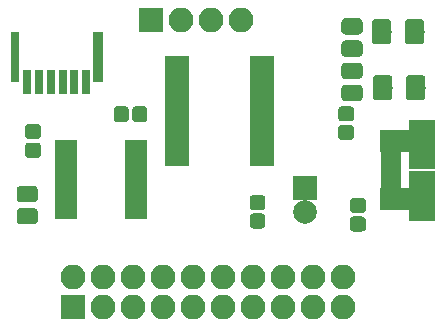
<source format=gts>
G04 #@! TF.GenerationSoftware,KiCad,Pcbnew,(5.0.0)*
G04 #@! TF.CreationDate,2019-01-18T23:40:16+01:00*
G04 #@! TF.ProjectId,converterboard,636F6E766572746572626F6172642E6B,rev?*
G04 #@! TF.SameCoordinates,Original*
G04 #@! TF.FileFunction,Soldermask,Top*
G04 #@! TF.FilePolarity,Negative*
%FSLAX46Y46*%
G04 Gerber Fmt 4.6, Leading zero omitted, Abs format (unit mm)*
G04 Created by KiCad (PCBNEW (5.0.0)) date 01/18/19 23:40:16*
%MOMM*%
%LPD*%
G01*
G04 APERTURE LIST*
%ADD10R,2.100000X2.100000*%
%ADD11O,2.100000X2.100000*%
%ADD12R,1.850000X0.850000*%
%ADD13C,0.100000*%
%ADD14C,1.275000*%
%ADD15R,2.000000X2.000000*%
%ADD16C,2.000000*%
%ADD17R,1.780000X0.850000*%
%ADD18R,2.500000X1.875000*%
%ADD19R,2.300000X2.775000*%
%ADD20R,2.300000X1.575000*%
%ADD21C,1.650000*%
%ADD22R,0.800000X4.300000*%
%ADD23R,0.720000X2.120000*%
%ADD24R,0.820000X4.320000*%
%ADD25R,2.150000X0.850000*%
%ADD26C,1.375000*%
G04 APERTURE END LIST*
D10*
G04 #@! TO.C,J3*
X168750000Y-100750000D03*
D11*
X171290000Y-100750000D03*
X173830000Y-100750000D03*
X176370000Y-100750000D03*
G04 #@! TD*
D12*
G04 #@! TO.C,U2*
X161550000Y-111325000D03*
X161550000Y-111975000D03*
X161550000Y-112625000D03*
X161550000Y-113275000D03*
X161550000Y-113925000D03*
X161550000Y-114575000D03*
X161550000Y-115225000D03*
X161550000Y-115875000D03*
X161550000Y-116525000D03*
X161550000Y-117175000D03*
X167450000Y-117175000D03*
X167450000Y-116525000D03*
X167450000Y-115875000D03*
X167450000Y-115225000D03*
X167450000Y-114575000D03*
X167450000Y-113925000D03*
X167450000Y-113275000D03*
X167450000Y-112625000D03*
X167450000Y-111975000D03*
X167450000Y-111325000D03*
G04 #@! TD*
D11*
G04 #@! TO.C,J2*
X184960000Y-122510000D03*
X184960000Y-125050000D03*
X182420000Y-122510000D03*
X182420000Y-125050000D03*
X179880000Y-122510000D03*
X179880000Y-125050000D03*
X177340000Y-122510000D03*
X177340000Y-125050000D03*
X174800000Y-122510000D03*
X174800000Y-125050000D03*
X172260000Y-122510000D03*
X172260000Y-125050000D03*
X169720000Y-122510000D03*
X169720000Y-125050000D03*
X167180000Y-122510000D03*
X167180000Y-125050000D03*
X164640000Y-122510000D03*
X164640000Y-125050000D03*
X162100000Y-122510000D03*
D10*
X162100000Y-125050000D03*
G04 #@! TD*
D13*
G04 #@! TO.C,C5*
G36*
X168137493Y-108076535D02*
X168168435Y-108081125D01*
X168198778Y-108088725D01*
X168228230Y-108099263D01*
X168256508Y-108112638D01*
X168283338Y-108128719D01*
X168308463Y-108147353D01*
X168331640Y-108168360D01*
X168352647Y-108191537D01*
X168371281Y-108216662D01*
X168387362Y-108243492D01*
X168400737Y-108271770D01*
X168411275Y-108301222D01*
X168418875Y-108331565D01*
X168423465Y-108362507D01*
X168425000Y-108393750D01*
X168425000Y-109106250D01*
X168423465Y-109137493D01*
X168418875Y-109168435D01*
X168411275Y-109198778D01*
X168400737Y-109228230D01*
X168387362Y-109256508D01*
X168371281Y-109283338D01*
X168352647Y-109308463D01*
X168331640Y-109331640D01*
X168308463Y-109352647D01*
X168283338Y-109371281D01*
X168256508Y-109387362D01*
X168228230Y-109400737D01*
X168198778Y-109411275D01*
X168168435Y-109418875D01*
X168137493Y-109423465D01*
X168106250Y-109425000D01*
X167468750Y-109425000D01*
X167437507Y-109423465D01*
X167406565Y-109418875D01*
X167376222Y-109411275D01*
X167346770Y-109400737D01*
X167318492Y-109387362D01*
X167291662Y-109371281D01*
X167266537Y-109352647D01*
X167243360Y-109331640D01*
X167222353Y-109308463D01*
X167203719Y-109283338D01*
X167187638Y-109256508D01*
X167174263Y-109228230D01*
X167163725Y-109198778D01*
X167156125Y-109168435D01*
X167151535Y-109137493D01*
X167150000Y-109106250D01*
X167150000Y-108393750D01*
X167151535Y-108362507D01*
X167156125Y-108331565D01*
X167163725Y-108301222D01*
X167174263Y-108271770D01*
X167187638Y-108243492D01*
X167203719Y-108216662D01*
X167222353Y-108191537D01*
X167243360Y-108168360D01*
X167266537Y-108147353D01*
X167291662Y-108128719D01*
X167318492Y-108112638D01*
X167346770Y-108099263D01*
X167376222Y-108088725D01*
X167406565Y-108081125D01*
X167437507Y-108076535D01*
X167468750Y-108075000D01*
X168106250Y-108075000D01*
X168137493Y-108076535D01*
X168137493Y-108076535D01*
G37*
D14*
X167787500Y-108750000D03*
D13*
G36*
X166562493Y-108076535D02*
X166593435Y-108081125D01*
X166623778Y-108088725D01*
X166653230Y-108099263D01*
X166681508Y-108112638D01*
X166708338Y-108128719D01*
X166733463Y-108147353D01*
X166756640Y-108168360D01*
X166777647Y-108191537D01*
X166796281Y-108216662D01*
X166812362Y-108243492D01*
X166825737Y-108271770D01*
X166836275Y-108301222D01*
X166843875Y-108331565D01*
X166848465Y-108362507D01*
X166850000Y-108393750D01*
X166850000Y-109106250D01*
X166848465Y-109137493D01*
X166843875Y-109168435D01*
X166836275Y-109198778D01*
X166825737Y-109228230D01*
X166812362Y-109256508D01*
X166796281Y-109283338D01*
X166777647Y-109308463D01*
X166756640Y-109331640D01*
X166733463Y-109352647D01*
X166708338Y-109371281D01*
X166681508Y-109387362D01*
X166653230Y-109400737D01*
X166623778Y-109411275D01*
X166593435Y-109418875D01*
X166562493Y-109423465D01*
X166531250Y-109425000D01*
X165893750Y-109425000D01*
X165862507Y-109423465D01*
X165831565Y-109418875D01*
X165801222Y-109411275D01*
X165771770Y-109400737D01*
X165743492Y-109387362D01*
X165716662Y-109371281D01*
X165691537Y-109352647D01*
X165668360Y-109331640D01*
X165647353Y-109308463D01*
X165628719Y-109283338D01*
X165612638Y-109256508D01*
X165599263Y-109228230D01*
X165588725Y-109198778D01*
X165581125Y-109168435D01*
X165576535Y-109137493D01*
X165575000Y-109106250D01*
X165575000Y-108393750D01*
X165576535Y-108362507D01*
X165581125Y-108331565D01*
X165588725Y-108301222D01*
X165599263Y-108271770D01*
X165612638Y-108243492D01*
X165628719Y-108216662D01*
X165647353Y-108191537D01*
X165668360Y-108168360D01*
X165691537Y-108147353D01*
X165716662Y-108128719D01*
X165743492Y-108112638D01*
X165771770Y-108099263D01*
X165801222Y-108088725D01*
X165831565Y-108081125D01*
X165862507Y-108076535D01*
X165893750Y-108075000D01*
X166531250Y-108075000D01*
X166562493Y-108076535D01*
X166562493Y-108076535D01*
G37*
D14*
X166212500Y-108750000D03*
G04 #@! TD*
D13*
G04 #@! TO.C,C4*
G36*
X159137493Y-109576535D02*
X159168435Y-109581125D01*
X159198778Y-109588725D01*
X159228230Y-109599263D01*
X159256508Y-109612638D01*
X159283338Y-109628719D01*
X159308463Y-109647353D01*
X159331640Y-109668360D01*
X159352647Y-109691537D01*
X159371281Y-109716662D01*
X159387362Y-109743492D01*
X159400737Y-109771770D01*
X159411275Y-109801222D01*
X159418875Y-109831565D01*
X159423465Y-109862507D01*
X159425000Y-109893750D01*
X159425000Y-110531250D01*
X159423465Y-110562493D01*
X159418875Y-110593435D01*
X159411275Y-110623778D01*
X159400737Y-110653230D01*
X159387362Y-110681508D01*
X159371281Y-110708338D01*
X159352647Y-110733463D01*
X159331640Y-110756640D01*
X159308463Y-110777647D01*
X159283338Y-110796281D01*
X159256508Y-110812362D01*
X159228230Y-110825737D01*
X159198778Y-110836275D01*
X159168435Y-110843875D01*
X159137493Y-110848465D01*
X159106250Y-110850000D01*
X158393750Y-110850000D01*
X158362507Y-110848465D01*
X158331565Y-110843875D01*
X158301222Y-110836275D01*
X158271770Y-110825737D01*
X158243492Y-110812362D01*
X158216662Y-110796281D01*
X158191537Y-110777647D01*
X158168360Y-110756640D01*
X158147353Y-110733463D01*
X158128719Y-110708338D01*
X158112638Y-110681508D01*
X158099263Y-110653230D01*
X158088725Y-110623778D01*
X158081125Y-110593435D01*
X158076535Y-110562493D01*
X158075000Y-110531250D01*
X158075000Y-109893750D01*
X158076535Y-109862507D01*
X158081125Y-109831565D01*
X158088725Y-109801222D01*
X158099263Y-109771770D01*
X158112638Y-109743492D01*
X158128719Y-109716662D01*
X158147353Y-109691537D01*
X158168360Y-109668360D01*
X158191537Y-109647353D01*
X158216662Y-109628719D01*
X158243492Y-109612638D01*
X158271770Y-109599263D01*
X158301222Y-109588725D01*
X158331565Y-109581125D01*
X158362507Y-109576535D01*
X158393750Y-109575000D01*
X159106250Y-109575000D01*
X159137493Y-109576535D01*
X159137493Y-109576535D01*
G37*
D14*
X158750000Y-110212500D03*
D13*
G36*
X159137493Y-111151535D02*
X159168435Y-111156125D01*
X159198778Y-111163725D01*
X159228230Y-111174263D01*
X159256508Y-111187638D01*
X159283338Y-111203719D01*
X159308463Y-111222353D01*
X159331640Y-111243360D01*
X159352647Y-111266537D01*
X159371281Y-111291662D01*
X159387362Y-111318492D01*
X159400737Y-111346770D01*
X159411275Y-111376222D01*
X159418875Y-111406565D01*
X159423465Y-111437507D01*
X159425000Y-111468750D01*
X159425000Y-112106250D01*
X159423465Y-112137493D01*
X159418875Y-112168435D01*
X159411275Y-112198778D01*
X159400737Y-112228230D01*
X159387362Y-112256508D01*
X159371281Y-112283338D01*
X159352647Y-112308463D01*
X159331640Y-112331640D01*
X159308463Y-112352647D01*
X159283338Y-112371281D01*
X159256508Y-112387362D01*
X159228230Y-112400737D01*
X159198778Y-112411275D01*
X159168435Y-112418875D01*
X159137493Y-112423465D01*
X159106250Y-112425000D01*
X158393750Y-112425000D01*
X158362507Y-112423465D01*
X158331565Y-112418875D01*
X158301222Y-112411275D01*
X158271770Y-112400737D01*
X158243492Y-112387362D01*
X158216662Y-112371281D01*
X158191537Y-112352647D01*
X158168360Y-112331640D01*
X158147353Y-112308463D01*
X158128719Y-112283338D01*
X158112638Y-112256508D01*
X158099263Y-112228230D01*
X158088725Y-112198778D01*
X158081125Y-112168435D01*
X158076535Y-112137493D01*
X158075000Y-112106250D01*
X158075000Y-111468750D01*
X158076535Y-111437507D01*
X158081125Y-111406565D01*
X158088725Y-111376222D01*
X158099263Y-111346770D01*
X158112638Y-111318492D01*
X158128719Y-111291662D01*
X158147353Y-111266537D01*
X158168360Y-111243360D01*
X158191537Y-111222353D01*
X158216662Y-111203719D01*
X158243492Y-111187638D01*
X158271770Y-111174263D01*
X158301222Y-111163725D01*
X158331565Y-111156125D01*
X158362507Y-111151535D01*
X158393750Y-111150000D01*
X159106250Y-111150000D01*
X159137493Y-111151535D01*
X159137493Y-111151535D01*
G37*
D14*
X158750000Y-111787500D03*
G04 #@! TD*
D13*
G04 #@! TO.C,C3*
G36*
X178137493Y-117151535D02*
X178168435Y-117156125D01*
X178198778Y-117163725D01*
X178228230Y-117174263D01*
X178256508Y-117187638D01*
X178283338Y-117203719D01*
X178308463Y-117222353D01*
X178331640Y-117243360D01*
X178352647Y-117266537D01*
X178371281Y-117291662D01*
X178387362Y-117318492D01*
X178400737Y-117346770D01*
X178411275Y-117376222D01*
X178418875Y-117406565D01*
X178423465Y-117437507D01*
X178425000Y-117468750D01*
X178425000Y-118106250D01*
X178423465Y-118137493D01*
X178418875Y-118168435D01*
X178411275Y-118198778D01*
X178400737Y-118228230D01*
X178387362Y-118256508D01*
X178371281Y-118283338D01*
X178352647Y-118308463D01*
X178331640Y-118331640D01*
X178308463Y-118352647D01*
X178283338Y-118371281D01*
X178256508Y-118387362D01*
X178228230Y-118400737D01*
X178198778Y-118411275D01*
X178168435Y-118418875D01*
X178137493Y-118423465D01*
X178106250Y-118425000D01*
X177393750Y-118425000D01*
X177362507Y-118423465D01*
X177331565Y-118418875D01*
X177301222Y-118411275D01*
X177271770Y-118400737D01*
X177243492Y-118387362D01*
X177216662Y-118371281D01*
X177191537Y-118352647D01*
X177168360Y-118331640D01*
X177147353Y-118308463D01*
X177128719Y-118283338D01*
X177112638Y-118256508D01*
X177099263Y-118228230D01*
X177088725Y-118198778D01*
X177081125Y-118168435D01*
X177076535Y-118137493D01*
X177075000Y-118106250D01*
X177075000Y-117468750D01*
X177076535Y-117437507D01*
X177081125Y-117406565D01*
X177088725Y-117376222D01*
X177099263Y-117346770D01*
X177112638Y-117318492D01*
X177128719Y-117291662D01*
X177147353Y-117266537D01*
X177168360Y-117243360D01*
X177191537Y-117222353D01*
X177216662Y-117203719D01*
X177243492Y-117187638D01*
X177271770Y-117174263D01*
X177301222Y-117163725D01*
X177331565Y-117156125D01*
X177362507Y-117151535D01*
X177393750Y-117150000D01*
X178106250Y-117150000D01*
X178137493Y-117151535D01*
X178137493Y-117151535D01*
G37*
D14*
X177750000Y-117787500D03*
D13*
G36*
X178137493Y-115576535D02*
X178168435Y-115581125D01*
X178198778Y-115588725D01*
X178228230Y-115599263D01*
X178256508Y-115612638D01*
X178283338Y-115628719D01*
X178308463Y-115647353D01*
X178331640Y-115668360D01*
X178352647Y-115691537D01*
X178371281Y-115716662D01*
X178387362Y-115743492D01*
X178400737Y-115771770D01*
X178411275Y-115801222D01*
X178418875Y-115831565D01*
X178423465Y-115862507D01*
X178425000Y-115893750D01*
X178425000Y-116531250D01*
X178423465Y-116562493D01*
X178418875Y-116593435D01*
X178411275Y-116623778D01*
X178400737Y-116653230D01*
X178387362Y-116681508D01*
X178371281Y-116708338D01*
X178352647Y-116733463D01*
X178331640Y-116756640D01*
X178308463Y-116777647D01*
X178283338Y-116796281D01*
X178256508Y-116812362D01*
X178228230Y-116825737D01*
X178198778Y-116836275D01*
X178168435Y-116843875D01*
X178137493Y-116848465D01*
X178106250Y-116850000D01*
X177393750Y-116850000D01*
X177362507Y-116848465D01*
X177331565Y-116843875D01*
X177301222Y-116836275D01*
X177271770Y-116825737D01*
X177243492Y-116812362D01*
X177216662Y-116796281D01*
X177191537Y-116777647D01*
X177168360Y-116756640D01*
X177147353Y-116733463D01*
X177128719Y-116708338D01*
X177112638Y-116681508D01*
X177099263Y-116653230D01*
X177088725Y-116623778D01*
X177081125Y-116593435D01*
X177076535Y-116562493D01*
X177075000Y-116531250D01*
X177075000Y-115893750D01*
X177076535Y-115862507D01*
X177081125Y-115831565D01*
X177088725Y-115801222D01*
X177099263Y-115771770D01*
X177112638Y-115743492D01*
X177128719Y-115716662D01*
X177147353Y-115691537D01*
X177168360Y-115668360D01*
X177191537Y-115647353D01*
X177216662Y-115628719D01*
X177243492Y-115612638D01*
X177271770Y-115599263D01*
X177301222Y-115588725D01*
X177331565Y-115581125D01*
X177362507Y-115576535D01*
X177393750Y-115575000D01*
X178106250Y-115575000D01*
X178137493Y-115576535D01*
X178137493Y-115576535D01*
G37*
D14*
X177750000Y-116212500D03*
G04 #@! TD*
D13*
G04 #@! TO.C,C1*
G36*
X186637493Y-115826535D02*
X186668435Y-115831125D01*
X186698778Y-115838725D01*
X186728230Y-115849263D01*
X186756508Y-115862638D01*
X186783338Y-115878719D01*
X186808463Y-115897353D01*
X186831640Y-115918360D01*
X186852647Y-115941537D01*
X186871281Y-115966662D01*
X186887362Y-115993492D01*
X186900737Y-116021770D01*
X186911275Y-116051222D01*
X186918875Y-116081565D01*
X186923465Y-116112507D01*
X186925000Y-116143750D01*
X186925000Y-116781250D01*
X186923465Y-116812493D01*
X186918875Y-116843435D01*
X186911275Y-116873778D01*
X186900737Y-116903230D01*
X186887362Y-116931508D01*
X186871281Y-116958338D01*
X186852647Y-116983463D01*
X186831640Y-117006640D01*
X186808463Y-117027647D01*
X186783338Y-117046281D01*
X186756508Y-117062362D01*
X186728230Y-117075737D01*
X186698778Y-117086275D01*
X186668435Y-117093875D01*
X186637493Y-117098465D01*
X186606250Y-117100000D01*
X185893750Y-117100000D01*
X185862507Y-117098465D01*
X185831565Y-117093875D01*
X185801222Y-117086275D01*
X185771770Y-117075737D01*
X185743492Y-117062362D01*
X185716662Y-117046281D01*
X185691537Y-117027647D01*
X185668360Y-117006640D01*
X185647353Y-116983463D01*
X185628719Y-116958338D01*
X185612638Y-116931508D01*
X185599263Y-116903230D01*
X185588725Y-116873778D01*
X185581125Y-116843435D01*
X185576535Y-116812493D01*
X185575000Y-116781250D01*
X185575000Y-116143750D01*
X185576535Y-116112507D01*
X185581125Y-116081565D01*
X185588725Y-116051222D01*
X185599263Y-116021770D01*
X185612638Y-115993492D01*
X185628719Y-115966662D01*
X185647353Y-115941537D01*
X185668360Y-115918360D01*
X185691537Y-115897353D01*
X185716662Y-115878719D01*
X185743492Y-115862638D01*
X185771770Y-115849263D01*
X185801222Y-115838725D01*
X185831565Y-115831125D01*
X185862507Y-115826535D01*
X185893750Y-115825000D01*
X186606250Y-115825000D01*
X186637493Y-115826535D01*
X186637493Y-115826535D01*
G37*
D14*
X186250000Y-116462500D03*
D13*
G36*
X186637493Y-117401535D02*
X186668435Y-117406125D01*
X186698778Y-117413725D01*
X186728230Y-117424263D01*
X186756508Y-117437638D01*
X186783338Y-117453719D01*
X186808463Y-117472353D01*
X186831640Y-117493360D01*
X186852647Y-117516537D01*
X186871281Y-117541662D01*
X186887362Y-117568492D01*
X186900737Y-117596770D01*
X186911275Y-117626222D01*
X186918875Y-117656565D01*
X186923465Y-117687507D01*
X186925000Y-117718750D01*
X186925000Y-118356250D01*
X186923465Y-118387493D01*
X186918875Y-118418435D01*
X186911275Y-118448778D01*
X186900737Y-118478230D01*
X186887362Y-118506508D01*
X186871281Y-118533338D01*
X186852647Y-118558463D01*
X186831640Y-118581640D01*
X186808463Y-118602647D01*
X186783338Y-118621281D01*
X186756508Y-118637362D01*
X186728230Y-118650737D01*
X186698778Y-118661275D01*
X186668435Y-118668875D01*
X186637493Y-118673465D01*
X186606250Y-118675000D01*
X185893750Y-118675000D01*
X185862507Y-118673465D01*
X185831565Y-118668875D01*
X185801222Y-118661275D01*
X185771770Y-118650737D01*
X185743492Y-118637362D01*
X185716662Y-118621281D01*
X185691537Y-118602647D01*
X185668360Y-118581640D01*
X185647353Y-118558463D01*
X185628719Y-118533338D01*
X185612638Y-118506508D01*
X185599263Y-118478230D01*
X185588725Y-118448778D01*
X185581125Y-118418435D01*
X185576535Y-118387493D01*
X185575000Y-118356250D01*
X185575000Y-117718750D01*
X185576535Y-117687507D01*
X185581125Y-117656565D01*
X185588725Y-117626222D01*
X185599263Y-117596770D01*
X185612638Y-117568492D01*
X185628719Y-117541662D01*
X185647353Y-117516537D01*
X185668360Y-117493360D01*
X185691537Y-117472353D01*
X185716662Y-117453719D01*
X185743492Y-117437638D01*
X185771770Y-117424263D01*
X185801222Y-117413725D01*
X185831565Y-117406125D01*
X185862507Y-117401535D01*
X185893750Y-117400000D01*
X186606250Y-117400000D01*
X186637493Y-117401535D01*
X186637493Y-117401535D01*
G37*
D14*
X186250000Y-118037500D03*
G04 #@! TD*
D15*
G04 #@! TO.C,C2*
X181750000Y-115000000D03*
D16*
X181750000Y-117000000D03*
G04 #@! TD*
D17*
G04 #@! TO.C,J1*
X189040000Y-114800000D03*
X189040000Y-114150000D03*
X189040000Y-113500000D03*
X189040000Y-112850000D03*
X189040000Y-112200000D03*
D18*
X189400000Y-115962500D03*
X189400000Y-111037500D03*
D19*
X191700000Y-116410000D03*
X191700000Y-110590000D03*
D20*
X191700000Y-114340000D03*
X191700000Y-112660000D03*
G04 #@! TD*
D13*
G04 #@! TO.C,D2*
G36*
X188877346Y-105426589D02*
X188909380Y-105431341D01*
X188940794Y-105439210D01*
X188971286Y-105450120D01*
X189000561Y-105463966D01*
X189028338Y-105480615D01*
X189054350Y-105499907D01*
X189078345Y-105521655D01*
X189100093Y-105545650D01*
X189119385Y-105571662D01*
X189136034Y-105599439D01*
X189149880Y-105628714D01*
X189160790Y-105659206D01*
X189168659Y-105690620D01*
X189173411Y-105722654D01*
X189175000Y-105755000D01*
X189175000Y-107245000D01*
X189173411Y-107277346D01*
X189168659Y-107309380D01*
X189160790Y-107340794D01*
X189149880Y-107371286D01*
X189136034Y-107400561D01*
X189119385Y-107428338D01*
X189100093Y-107454350D01*
X189078345Y-107478345D01*
X189054350Y-107500093D01*
X189028338Y-107519385D01*
X189000561Y-107536034D01*
X188971286Y-107549880D01*
X188940794Y-107560790D01*
X188909380Y-107568659D01*
X188877346Y-107573411D01*
X188845000Y-107575000D01*
X187855000Y-107575000D01*
X187822654Y-107573411D01*
X187790620Y-107568659D01*
X187759206Y-107560790D01*
X187728714Y-107549880D01*
X187699439Y-107536034D01*
X187671662Y-107519385D01*
X187645650Y-107500093D01*
X187621655Y-107478345D01*
X187599907Y-107454350D01*
X187580615Y-107428338D01*
X187563966Y-107400561D01*
X187550120Y-107371286D01*
X187539210Y-107340794D01*
X187531341Y-107309380D01*
X187526589Y-107277346D01*
X187525000Y-107245000D01*
X187525000Y-105755000D01*
X187526589Y-105722654D01*
X187531341Y-105690620D01*
X187539210Y-105659206D01*
X187550120Y-105628714D01*
X187563966Y-105599439D01*
X187580615Y-105571662D01*
X187599907Y-105545650D01*
X187621655Y-105521655D01*
X187645650Y-105499907D01*
X187671662Y-105480615D01*
X187699439Y-105463966D01*
X187728714Y-105450120D01*
X187759206Y-105439210D01*
X187790620Y-105431341D01*
X187822654Y-105426589D01*
X187855000Y-105425000D01*
X188845000Y-105425000D01*
X188877346Y-105426589D01*
X188877346Y-105426589D01*
G37*
D21*
X188350000Y-106500000D03*
D13*
G36*
X191677346Y-105426589D02*
X191709380Y-105431341D01*
X191740794Y-105439210D01*
X191771286Y-105450120D01*
X191800561Y-105463966D01*
X191828338Y-105480615D01*
X191854350Y-105499907D01*
X191878345Y-105521655D01*
X191900093Y-105545650D01*
X191919385Y-105571662D01*
X191936034Y-105599439D01*
X191949880Y-105628714D01*
X191960790Y-105659206D01*
X191968659Y-105690620D01*
X191973411Y-105722654D01*
X191975000Y-105755000D01*
X191975000Y-107245000D01*
X191973411Y-107277346D01*
X191968659Y-107309380D01*
X191960790Y-107340794D01*
X191949880Y-107371286D01*
X191936034Y-107400561D01*
X191919385Y-107428338D01*
X191900093Y-107454350D01*
X191878345Y-107478345D01*
X191854350Y-107500093D01*
X191828338Y-107519385D01*
X191800561Y-107536034D01*
X191771286Y-107549880D01*
X191740794Y-107560790D01*
X191709380Y-107568659D01*
X191677346Y-107573411D01*
X191645000Y-107575000D01*
X190655000Y-107575000D01*
X190622654Y-107573411D01*
X190590620Y-107568659D01*
X190559206Y-107560790D01*
X190528714Y-107549880D01*
X190499439Y-107536034D01*
X190471662Y-107519385D01*
X190445650Y-107500093D01*
X190421655Y-107478345D01*
X190399907Y-107454350D01*
X190380615Y-107428338D01*
X190363966Y-107400561D01*
X190350120Y-107371286D01*
X190339210Y-107340794D01*
X190331341Y-107309380D01*
X190326589Y-107277346D01*
X190325000Y-107245000D01*
X190325000Y-105755000D01*
X190326589Y-105722654D01*
X190331341Y-105690620D01*
X190339210Y-105659206D01*
X190350120Y-105628714D01*
X190363966Y-105599439D01*
X190380615Y-105571662D01*
X190399907Y-105545650D01*
X190421655Y-105521655D01*
X190445650Y-105499907D01*
X190471662Y-105480615D01*
X190499439Y-105463966D01*
X190528714Y-105450120D01*
X190559206Y-105439210D01*
X190590620Y-105431341D01*
X190622654Y-105426589D01*
X190655000Y-105425000D01*
X191645000Y-105425000D01*
X191677346Y-105426589D01*
X191677346Y-105426589D01*
G37*
D21*
X191150000Y-106500000D03*
G04 #@! TD*
D13*
G04 #@! TO.C,D1*
G36*
X191577346Y-100676589D02*
X191609380Y-100681341D01*
X191640794Y-100689210D01*
X191671286Y-100700120D01*
X191700561Y-100713966D01*
X191728338Y-100730615D01*
X191754350Y-100749907D01*
X191778345Y-100771655D01*
X191800093Y-100795650D01*
X191819385Y-100821662D01*
X191836034Y-100849439D01*
X191849880Y-100878714D01*
X191860790Y-100909206D01*
X191868659Y-100940620D01*
X191873411Y-100972654D01*
X191875000Y-101005000D01*
X191875000Y-102495000D01*
X191873411Y-102527346D01*
X191868659Y-102559380D01*
X191860790Y-102590794D01*
X191849880Y-102621286D01*
X191836034Y-102650561D01*
X191819385Y-102678338D01*
X191800093Y-102704350D01*
X191778345Y-102728345D01*
X191754350Y-102750093D01*
X191728338Y-102769385D01*
X191700561Y-102786034D01*
X191671286Y-102799880D01*
X191640794Y-102810790D01*
X191609380Y-102818659D01*
X191577346Y-102823411D01*
X191545000Y-102825000D01*
X190555000Y-102825000D01*
X190522654Y-102823411D01*
X190490620Y-102818659D01*
X190459206Y-102810790D01*
X190428714Y-102799880D01*
X190399439Y-102786034D01*
X190371662Y-102769385D01*
X190345650Y-102750093D01*
X190321655Y-102728345D01*
X190299907Y-102704350D01*
X190280615Y-102678338D01*
X190263966Y-102650561D01*
X190250120Y-102621286D01*
X190239210Y-102590794D01*
X190231341Y-102559380D01*
X190226589Y-102527346D01*
X190225000Y-102495000D01*
X190225000Y-101005000D01*
X190226589Y-100972654D01*
X190231341Y-100940620D01*
X190239210Y-100909206D01*
X190250120Y-100878714D01*
X190263966Y-100849439D01*
X190280615Y-100821662D01*
X190299907Y-100795650D01*
X190321655Y-100771655D01*
X190345650Y-100749907D01*
X190371662Y-100730615D01*
X190399439Y-100713966D01*
X190428714Y-100700120D01*
X190459206Y-100689210D01*
X190490620Y-100681341D01*
X190522654Y-100676589D01*
X190555000Y-100675000D01*
X191545000Y-100675000D01*
X191577346Y-100676589D01*
X191577346Y-100676589D01*
G37*
D21*
X191050000Y-101750000D03*
D13*
G36*
X188777346Y-100676589D02*
X188809380Y-100681341D01*
X188840794Y-100689210D01*
X188871286Y-100700120D01*
X188900561Y-100713966D01*
X188928338Y-100730615D01*
X188954350Y-100749907D01*
X188978345Y-100771655D01*
X189000093Y-100795650D01*
X189019385Y-100821662D01*
X189036034Y-100849439D01*
X189049880Y-100878714D01*
X189060790Y-100909206D01*
X189068659Y-100940620D01*
X189073411Y-100972654D01*
X189075000Y-101005000D01*
X189075000Y-102495000D01*
X189073411Y-102527346D01*
X189068659Y-102559380D01*
X189060790Y-102590794D01*
X189049880Y-102621286D01*
X189036034Y-102650561D01*
X189019385Y-102678338D01*
X189000093Y-102704350D01*
X188978345Y-102728345D01*
X188954350Y-102750093D01*
X188928338Y-102769385D01*
X188900561Y-102786034D01*
X188871286Y-102799880D01*
X188840794Y-102810790D01*
X188809380Y-102818659D01*
X188777346Y-102823411D01*
X188745000Y-102825000D01*
X187755000Y-102825000D01*
X187722654Y-102823411D01*
X187690620Y-102818659D01*
X187659206Y-102810790D01*
X187628714Y-102799880D01*
X187599439Y-102786034D01*
X187571662Y-102769385D01*
X187545650Y-102750093D01*
X187521655Y-102728345D01*
X187499907Y-102704350D01*
X187480615Y-102678338D01*
X187463966Y-102650561D01*
X187450120Y-102621286D01*
X187439210Y-102590794D01*
X187431341Y-102559380D01*
X187426589Y-102527346D01*
X187425000Y-102495000D01*
X187425000Y-101005000D01*
X187426589Y-100972654D01*
X187431341Y-100940620D01*
X187439210Y-100909206D01*
X187450120Y-100878714D01*
X187463966Y-100849439D01*
X187480615Y-100821662D01*
X187499907Y-100795650D01*
X187521655Y-100771655D01*
X187545650Y-100749907D01*
X187571662Y-100730615D01*
X187599439Y-100713966D01*
X187628714Y-100700120D01*
X187659206Y-100689210D01*
X187690620Y-100681341D01*
X187722654Y-100676589D01*
X187755000Y-100675000D01*
X188745000Y-100675000D01*
X188777346Y-100676589D01*
X188777346Y-100676589D01*
G37*
D21*
X188250000Y-101750000D03*
G04 #@! TD*
D22*
G04 #@! TO.C,CON1*
X157250000Y-103900000D03*
D23*
X158250000Y-106000000D03*
X159250000Y-106000000D03*
X160250000Y-106000000D03*
X161250000Y-106000000D03*
X162250000Y-106000000D03*
X163250000Y-106000000D03*
D24*
X164250000Y-103900000D03*
G04 #@! TD*
D13*
G04 #@! TO.C,L1*
G36*
X185637493Y-108076535D02*
X185668435Y-108081125D01*
X185698778Y-108088725D01*
X185728230Y-108099263D01*
X185756508Y-108112638D01*
X185783338Y-108128719D01*
X185808463Y-108147353D01*
X185831640Y-108168360D01*
X185852647Y-108191537D01*
X185871281Y-108216662D01*
X185887362Y-108243492D01*
X185900737Y-108271770D01*
X185911275Y-108301222D01*
X185918875Y-108331565D01*
X185923465Y-108362507D01*
X185925000Y-108393750D01*
X185925000Y-109031250D01*
X185923465Y-109062493D01*
X185918875Y-109093435D01*
X185911275Y-109123778D01*
X185900737Y-109153230D01*
X185887362Y-109181508D01*
X185871281Y-109208338D01*
X185852647Y-109233463D01*
X185831640Y-109256640D01*
X185808463Y-109277647D01*
X185783338Y-109296281D01*
X185756508Y-109312362D01*
X185728230Y-109325737D01*
X185698778Y-109336275D01*
X185668435Y-109343875D01*
X185637493Y-109348465D01*
X185606250Y-109350000D01*
X184893750Y-109350000D01*
X184862507Y-109348465D01*
X184831565Y-109343875D01*
X184801222Y-109336275D01*
X184771770Y-109325737D01*
X184743492Y-109312362D01*
X184716662Y-109296281D01*
X184691537Y-109277647D01*
X184668360Y-109256640D01*
X184647353Y-109233463D01*
X184628719Y-109208338D01*
X184612638Y-109181508D01*
X184599263Y-109153230D01*
X184588725Y-109123778D01*
X184581125Y-109093435D01*
X184576535Y-109062493D01*
X184575000Y-109031250D01*
X184575000Y-108393750D01*
X184576535Y-108362507D01*
X184581125Y-108331565D01*
X184588725Y-108301222D01*
X184599263Y-108271770D01*
X184612638Y-108243492D01*
X184628719Y-108216662D01*
X184647353Y-108191537D01*
X184668360Y-108168360D01*
X184691537Y-108147353D01*
X184716662Y-108128719D01*
X184743492Y-108112638D01*
X184771770Y-108099263D01*
X184801222Y-108088725D01*
X184831565Y-108081125D01*
X184862507Y-108076535D01*
X184893750Y-108075000D01*
X185606250Y-108075000D01*
X185637493Y-108076535D01*
X185637493Y-108076535D01*
G37*
D14*
X185250000Y-108712500D03*
D13*
G36*
X185637493Y-109651535D02*
X185668435Y-109656125D01*
X185698778Y-109663725D01*
X185728230Y-109674263D01*
X185756508Y-109687638D01*
X185783338Y-109703719D01*
X185808463Y-109722353D01*
X185831640Y-109743360D01*
X185852647Y-109766537D01*
X185871281Y-109791662D01*
X185887362Y-109818492D01*
X185900737Y-109846770D01*
X185911275Y-109876222D01*
X185918875Y-109906565D01*
X185923465Y-109937507D01*
X185925000Y-109968750D01*
X185925000Y-110606250D01*
X185923465Y-110637493D01*
X185918875Y-110668435D01*
X185911275Y-110698778D01*
X185900737Y-110728230D01*
X185887362Y-110756508D01*
X185871281Y-110783338D01*
X185852647Y-110808463D01*
X185831640Y-110831640D01*
X185808463Y-110852647D01*
X185783338Y-110871281D01*
X185756508Y-110887362D01*
X185728230Y-110900737D01*
X185698778Y-110911275D01*
X185668435Y-110918875D01*
X185637493Y-110923465D01*
X185606250Y-110925000D01*
X184893750Y-110925000D01*
X184862507Y-110923465D01*
X184831565Y-110918875D01*
X184801222Y-110911275D01*
X184771770Y-110900737D01*
X184743492Y-110887362D01*
X184716662Y-110871281D01*
X184691537Y-110852647D01*
X184668360Y-110831640D01*
X184647353Y-110808463D01*
X184628719Y-110783338D01*
X184612638Y-110756508D01*
X184599263Y-110728230D01*
X184588725Y-110698778D01*
X184581125Y-110668435D01*
X184576535Y-110637493D01*
X184575000Y-110606250D01*
X184575000Y-109968750D01*
X184576535Y-109937507D01*
X184581125Y-109906565D01*
X184588725Y-109876222D01*
X184599263Y-109846770D01*
X184612638Y-109818492D01*
X184628719Y-109791662D01*
X184647353Y-109766537D01*
X184668360Y-109743360D01*
X184691537Y-109722353D01*
X184716662Y-109703719D01*
X184743492Y-109687638D01*
X184771770Y-109674263D01*
X184801222Y-109663725D01*
X184831565Y-109656125D01*
X184862507Y-109651535D01*
X184893750Y-109650000D01*
X185606250Y-109650000D01*
X185637493Y-109651535D01*
X185637493Y-109651535D01*
G37*
D14*
X185250000Y-110287500D03*
G04 #@! TD*
D25*
G04 #@! TO.C,U1*
X170900000Y-104275000D03*
X170900000Y-104925000D03*
X170900000Y-105575000D03*
X170900000Y-106225000D03*
X170900000Y-106875000D03*
X170900000Y-107525000D03*
X170900000Y-108175000D03*
X170900000Y-108825000D03*
X170900000Y-109475000D03*
X170900000Y-110125000D03*
X170900000Y-110775000D03*
X170900000Y-111425000D03*
X170900000Y-112075000D03*
X170900000Y-112725000D03*
X178100000Y-112725000D03*
X178100000Y-112075000D03*
X178100000Y-111425000D03*
X178100000Y-110775000D03*
X178100000Y-110125000D03*
X178100000Y-109475000D03*
X178100000Y-108825000D03*
X178100000Y-108175000D03*
X178100000Y-107525000D03*
X178100000Y-106875000D03*
X178100000Y-106225000D03*
X178100000Y-105575000D03*
X178100000Y-104925000D03*
X178100000Y-104275000D03*
G04 #@! TD*
D13*
G04 #@! TO.C,R3*
G36*
X186339943Y-104376655D02*
X186373312Y-104381605D01*
X186406035Y-104389802D01*
X186437797Y-104401166D01*
X186468293Y-104415590D01*
X186497227Y-104432932D01*
X186524323Y-104453028D01*
X186549318Y-104475682D01*
X186571972Y-104500677D01*
X186592068Y-104527773D01*
X186609410Y-104556707D01*
X186623834Y-104587203D01*
X186635198Y-104618965D01*
X186643395Y-104651688D01*
X186648345Y-104685057D01*
X186650000Y-104718750D01*
X186650000Y-105406250D01*
X186648345Y-105439943D01*
X186643395Y-105473312D01*
X186635198Y-105506035D01*
X186623834Y-105537797D01*
X186609410Y-105568293D01*
X186592068Y-105597227D01*
X186571972Y-105624323D01*
X186549318Y-105649318D01*
X186524323Y-105671972D01*
X186497227Y-105692068D01*
X186468293Y-105709410D01*
X186437797Y-105723834D01*
X186406035Y-105735198D01*
X186373312Y-105743395D01*
X186339943Y-105748345D01*
X186306250Y-105750000D01*
X185193750Y-105750000D01*
X185160057Y-105748345D01*
X185126688Y-105743395D01*
X185093965Y-105735198D01*
X185062203Y-105723834D01*
X185031707Y-105709410D01*
X185002773Y-105692068D01*
X184975677Y-105671972D01*
X184950682Y-105649318D01*
X184928028Y-105624323D01*
X184907932Y-105597227D01*
X184890590Y-105568293D01*
X184876166Y-105537797D01*
X184864802Y-105506035D01*
X184856605Y-105473312D01*
X184851655Y-105439943D01*
X184850000Y-105406250D01*
X184850000Y-104718750D01*
X184851655Y-104685057D01*
X184856605Y-104651688D01*
X184864802Y-104618965D01*
X184876166Y-104587203D01*
X184890590Y-104556707D01*
X184907932Y-104527773D01*
X184928028Y-104500677D01*
X184950682Y-104475682D01*
X184975677Y-104453028D01*
X185002773Y-104432932D01*
X185031707Y-104415590D01*
X185062203Y-104401166D01*
X185093965Y-104389802D01*
X185126688Y-104381605D01*
X185160057Y-104376655D01*
X185193750Y-104375000D01*
X186306250Y-104375000D01*
X186339943Y-104376655D01*
X186339943Y-104376655D01*
G37*
D26*
X185750000Y-105062500D03*
D13*
G36*
X186339943Y-106251655D02*
X186373312Y-106256605D01*
X186406035Y-106264802D01*
X186437797Y-106276166D01*
X186468293Y-106290590D01*
X186497227Y-106307932D01*
X186524323Y-106328028D01*
X186549318Y-106350682D01*
X186571972Y-106375677D01*
X186592068Y-106402773D01*
X186609410Y-106431707D01*
X186623834Y-106462203D01*
X186635198Y-106493965D01*
X186643395Y-106526688D01*
X186648345Y-106560057D01*
X186650000Y-106593750D01*
X186650000Y-107281250D01*
X186648345Y-107314943D01*
X186643395Y-107348312D01*
X186635198Y-107381035D01*
X186623834Y-107412797D01*
X186609410Y-107443293D01*
X186592068Y-107472227D01*
X186571972Y-107499323D01*
X186549318Y-107524318D01*
X186524323Y-107546972D01*
X186497227Y-107567068D01*
X186468293Y-107584410D01*
X186437797Y-107598834D01*
X186406035Y-107610198D01*
X186373312Y-107618395D01*
X186339943Y-107623345D01*
X186306250Y-107625000D01*
X185193750Y-107625000D01*
X185160057Y-107623345D01*
X185126688Y-107618395D01*
X185093965Y-107610198D01*
X185062203Y-107598834D01*
X185031707Y-107584410D01*
X185002773Y-107567068D01*
X184975677Y-107546972D01*
X184950682Y-107524318D01*
X184928028Y-107499323D01*
X184907932Y-107472227D01*
X184890590Y-107443293D01*
X184876166Y-107412797D01*
X184864802Y-107381035D01*
X184856605Y-107348312D01*
X184851655Y-107314943D01*
X184850000Y-107281250D01*
X184850000Y-106593750D01*
X184851655Y-106560057D01*
X184856605Y-106526688D01*
X184864802Y-106493965D01*
X184876166Y-106462203D01*
X184890590Y-106431707D01*
X184907932Y-106402773D01*
X184928028Y-106375677D01*
X184950682Y-106350682D01*
X184975677Y-106328028D01*
X185002773Y-106307932D01*
X185031707Y-106290590D01*
X185062203Y-106276166D01*
X185093965Y-106264802D01*
X185126688Y-106256605D01*
X185160057Y-106251655D01*
X185193750Y-106250000D01*
X186306250Y-106250000D01*
X186339943Y-106251655D01*
X186339943Y-106251655D01*
G37*
D26*
X185750000Y-106937500D03*
G04 #@! TD*
D13*
G04 #@! TO.C,R2*
G36*
X186339943Y-100626655D02*
X186373312Y-100631605D01*
X186406035Y-100639802D01*
X186437797Y-100651166D01*
X186468293Y-100665590D01*
X186497227Y-100682932D01*
X186524323Y-100703028D01*
X186549318Y-100725682D01*
X186571972Y-100750677D01*
X186592068Y-100777773D01*
X186609410Y-100806707D01*
X186623834Y-100837203D01*
X186635198Y-100868965D01*
X186643395Y-100901688D01*
X186648345Y-100935057D01*
X186650000Y-100968750D01*
X186650000Y-101656250D01*
X186648345Y-101689943D01*
X186643395Y-101723312D01*
X186635198Y-101756035D01*
X186623834Y-101787797D01*
X186609410Y-101818293D01*
X186592068Y-101847227D01*
X186571972Y-101874323D01*
X186549318Y-101899318D01*
X186524323Y-101921972D01*
X186497227Y-101942068D01*
X186468293Y-101959410D01*
X186437797Y-101973834D01*
X186406035Y-101985198D01*
X186373312Y-101993395D01*
X186339943Y-101998345D01*
X186306250Y-102000000D01*
X185193750Y-102000000D01*
X185160057Y-101998345D01*
X185126688Y-101993395D01*
X185093965Y-101985198D01*
X185062203Y-101973834D01*
X185031707Y-101959410D01*
X185002773Y-101942068D01*
X184975677Y-101921972D01*
X184950682Y-101899318D01*
X184928028Y-101874323D01*
X184907932Y-101847227D01*
X184890590Y-101818293D01*
X184876166Y-101787797D01*
X184864802Y-101756035D01*
X184856605Y-101723312D01*
X184851655Y-101689943D01*
X184850000Y-101656250D01*
X184850000Y-100968750D01*
X184851655Y-100935057D01*
X184856605Y-100901688D01*
X184864802Y-100868965D01*
X184876166Y-100837203D01*
X184890590Y-100806707D01*
X184907932Y-100777773D01*
X184928028Y-100750677D01*
X184950682Y-100725682D01*
X184975677Y-100703028D01*
X185002773Y-100682932D01*
X185031707Y-100665590D01*
X185062203Y-100651166D01*
X185093965Y-100639802D01*
X185126688Y-100631605D01*
X185160057Y-100626655D01*
X185193750Y-100625000D01*
X186306250Y-100625000D01*
X186339943Y-100626655D01*
X186339943Y-100626655D01*
G37*
D26*
X185750000Y-101312500D03*
D13*
G36*
X186339943Y-102501655D02*
X186373312Y-102506605D01*
X186406035Y-102514802D01*
X186437797Y-102526166D01*
X186468293Y-102540590D01*
X186497227Y-102557932D01*
X186524323Y-102578028D01*
X186549318Y-102600682D01*
X186571972Y-102625677D01*
X186592068Y-102652773D01*
X186609410Y-102681707D01*
X186623834Y-102712203D01*
X186635198Y-102743965D01*
X186643395Y-102776688D01*
X186648345Y-102810057D01*
X186650000Y-102843750D01*
X186650000Y-103531250D01*
X186648345Y-103564943D01*
X186643395Y-103598312D01*
X186635198Y-103631035D01*
X186623834Y-103662797D01*
X186609410Y-103693293D01*
X186592068Y-103722227D01*
X186571972Y-103749323D01*
X186549318Y-103774318D01*
X186524323Y-103796972D01*
X186497227Y-103817068D01*
X186468293Y-103834410D01*
X186437797Y-103848834D01*
X186406035Y-103860198D01*
X186373312Y-103868395D01*
X186339943Y-103873345D01*
X186306250Y-103875000D01*
X185193750Y-103875000D01*
X185160057Y-103873345D01*
X185126688Y-103868395D01*
X185093965Y-103860198D01*
X185062203Y-103848834D01*
X185031707Y-103834410D01*
X185002773Y-103817068D01*
X184975677Y-103796972D01*
X184950682Y-103774318D01*
X184928028Y-103749323D01*
X184907932Y-103722227D01*
X184890590Y-103693293D01*
X184876166Y-103662797D01*
X184864802Y-103631035D01*
X184856605Y-103598312D01*
X184851655Y-103564943D01*
X184850000Y-103531250D01*
X184850000Y-102843750D01*
X184851655Y-102810057D01*
X184856605Y-102776688D01*
X184864802Y-102743965D01*
X184876166Y-102712203D01*
X184890590Y-102681707D01*
X184907932Y-102652773D01*
X184928028Y-102625677D01*
X184950682Y-102600682D01*
X184975677Y-102578028D01*
X185002773Y-102557932D01*
X185031707Y-102540590D01*
X185062203Y-102526166D01*
X185093965Y-102514802D01*
X185126688Y-102506605D01*
X185160057Y-102501655D01*
X185193750Y-102500000D01*
X186306250Y-102500000D01*
X186339943Y-102501655D01*
X186339943Y-102501655D01*
G37*
D26*
X185750000Y-103187500D03*
G04 #@! TD*
D13*
G04 #@! TO.C,R1*
G36*
X158839943Y-116689155D02*
X158873312Y-116694105D01*
X158906035Y-116702302D01*
X158937797Y-116713666D01*
X158968293Y-116728090D01*
X158997227Y-116745432D01*
X159024323Y-116765528D01*
X159049318Y-116788182D01*
X159071972Y-116813177D01*
X159092068Y-116840273D01*
X159109410Y-116869207D01*
X159123834Y-116899703D01*
X159135198Y-116931465D01*
X159143395Y-116964188D01*
X159148345Y-116997557D01*
X159150000Y-117031250D01*
X159150000Y-117718750D01*
X159148345Y-117752443D01*
X159143395Y-117785812D01*
X159135198Y-117818535D01*
X159123834Y-117850297D01*
X159109410Y-117880793D01*
X159092068Y-117909727D01*
X159071972Y-117936823D01*
X159049318Y-117961818D01*
X159024323Y-117984472D01*
X158997227Y-118004568D01*
X158968293Y-118021910D01*
X158937797Y-118036334D01*
X158906035Y-118047698D01*
X158873312Y-118055895D01*
X158839943Y-118060845D01*
X158806250Y-118062500D01*
X157693750Y-118062500D01*
X157660057Y-118060845D01*
X157626688Y-118055895D01*
X157593965Y-118047698D01*
X157562203Y-118036334D01*
X157531707Y-118021910D01*
X157502773Y-118004568D01*
X157475677Y-117984472D01*
X157450682Y-117961818D01*
X157428028Y-117936823D01*
X157407932Y-117909727D01*
X157390590Y-117880793D01*
X157376166Y-117850297D01*
X157364802Y-117818535D01*
X157356605Y-117785812D01*
X157351655Y-117752443D01*
X157350000Y-117718750D01*
X157350000Y-117031250D01*
X157351655Y-116997557D01*
X157356605Y-116964188D01*
X157364802Y-116931465D01*
X157376166Y-116899703D01*
X157390590Y-116869207D01*
X157407932Y-116840273D01*
X157428028Y-116813177D01*
X157450682Y-116788182D01*
X157475677Y-116765528D01*
X157502773Y-116745432D01*
X157531707Y-116728090D01*
X157562203Y-116713666D01*
X157593965Y-116702302D01*
X157626688Y-116694105D01*
X157660057Y-116689155D01*
X157693750Y-116687500D01*
X158806250Y-116687500D01*
X158839943Y-116689155D01*
X158839943Y-116689155D01*
G37*
D26*
X158250000Y-117375000D03*
D13*
G36*
X158839943Y-114814155D02*
X158873312Y-114819105D01*
X158906035Y-114827302D01*
X158937797Y-114838666D01*
X158968293Y-114853090D01*
X158997227Y-114870432D01*
X159024323Y-114890528D01*
X159049318Y-114913182D01*
X159071972Y-114938177D01*
X159092068Y-114965273D01*
X159109410Y-114994207D01*
X159123834Y-115024703D01*
X159135198Y-115056465D01*
X159143395Y-115089188D01*
X159148345Y-115122557D01*
X159150000Y-115156250D01*
X159150000Y-115843750D01*
X159148345Y-115877443D01*
X159143395Y-115910812D01*
X159135198Y-115943535D01*
X159123834Y-115975297D01*
X159109410Y-116005793D01*
X159092068Y-116034727D01*
X159071972Y-116061823D01*
X159049318Y-116086818D01*
X159024323Y-116109472D01*
X158997227Y-116129568D01*
X158968293Y-116146910D01*
X158937797Y-116161334D01*
X158906035Y-116172698D01*
X158873312Y-116180895D01*
X158839943Y-116185845D01*
X158806250Y-116187500D01*
X157693750Y-116187500D01*
X157660057Y-116185845D01*
X157626688Y-116180895D01*
X157593965Y-116172698D01*
X157562203Y-116161334D01*
X157531707Y-116146910D01*
X157502773Y-116129568D01*
X157475677Y-116109472D01*
X157450682Y-116086818D01*
X157428028Y-116061823D01*
X157407932Y-116034727D01*
X157390590Y-116005793D01*
X157376166Y-115975297D01*
X157364802Y-115943535D01*
X157356605Y-115910812D01*
X157351655Y-115877443D01*
X157350000Y-115843750D01*
X157350000Y-115156250D01*
X157351655Y-115122557D01*
X157356605Y-115089188D01*
X157364802Y-115056465D01*
X157376166Y-115024703D01*
X157390590Y-114994207D01*
X157407932Y-114965273D01*
X157428028Y-114938177D01*
X157450682Y-114913182D01*
X157475677Y-114890528D01*
X157502773Y-114870432D01*
X157531707Y-114853090D01*
X157562203Y-114838666D01*
X157593965Y-114827302D01*
X157626688Y-114819105D01*
X157660057Y-114814155D01*
X157693750Y-114812500D01*
X158806250Y-114812500D01*
X158839943Y-114814155D01*
X158839943Y-114814155D01*
G37*
D26*
X158250000Y-115500000D03*
G04 #@! TD*
M02*

</source>
